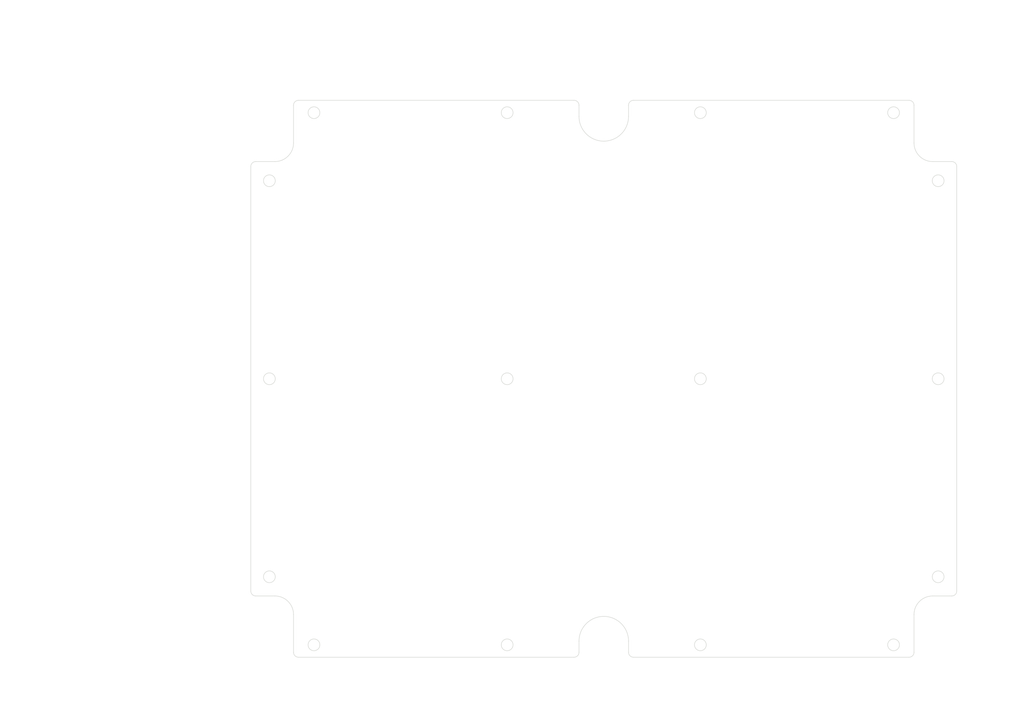
<source format=kicad_pcb>
(kicad_pcb (version 20171130) (host pcbnew "(5.1.0)-1")

  (general
    (thickness 1.6)
    (drawings 135)
    (tracks 0)
    (zones 0)
    (modules 0)
    (nets 1)
  )

  (page A2)
  (layers
    (0 F.Cu signal)
    (31 B.Cu signal)
    (32 B.Adhes user)
    (33 F.Adhes user)
    (34 B.Paste user)
    (35 F.Paste user)
    (36 B.SilkS user)
    (37 F.SilkS user)
    (38 B.Mask user)
    (39 F.Mask user)
    (40 Dwgs.User user)
    (41 Cmts.User user)
    (42 Eco1.User user)
    (43 Eco2.User user)
    (44 Edge.Cuts user)
    (45 Margin user)
    (46 B.CrtYd user)
    (47 F.CrtYd user)
    (48 B.Fab user)
    (49 F.Fab user)
  )

  (setup
    (last_trace_width 0.25)
    (trace_clearance 0.2)
    (zone_clearance 0.508)
    (zone_45_only no)
    (trace_min 0.2)
    (via_size 0.8)
    (via_drill 0.4)
    (via_min_size 0.4)
    (via_min_drill 0.3)
    (uvia_size 0.3)
    (uvia_drill 0.1)
    (uvias_allowed no)
    (uvia_min_size 0.2)
    (uvia_min_drill 0.1)
    (edge_width 0.05)
    (segment_width 0.2)
    (pcb_text_width 0.3)
    (pcb_text_size 1.5 1.5)
    (mod_edge_width 0.12)
    (mod_text_size 1 1)
    (mod_text_width 0.15)
    (pad_size 1.524 1.524)
    (pad_drill 0.762)
    (pad_to_mask_clearance 0.051)
    (solder_mask_min_width 0.25)
    (aux_axis_origin 0 0)
    (visible_elements FFFFFF7F)
    (pcbplotparams
      (layerselection 0x010fc_ffffffff)
      (usegerberextensions false)
      (usegerberattributes false)
      (usegerberadvancedattributes false)
      (creategerberjobfile false)
      (excludeedgelayer true)
      (linewidth 0.152400)
      (plotframeref false)
      (viasonmask false)
      (mode 1)
      (useauxorigin false)
      (hpglpennumber 1)
      (hpglpenspeed 20)
      (hpglpendiameter 15.000000)
      (psnegative false)
      (psa4output false)
      (plotreference true)
      (plotvalue true)
      (plotinvisibletext false)
      (padsonsilk false)
      (subtractmaskfromsilk false)
      (outputformat 1)
      (mirror false)
      (drillshape 1)
      (scaleselection 1)
      (outputdirectory ""))
  )

  (net 0 "")

  (net_class Default "This is the default net class."
    (clearance 0.2)
    (trace_width 0.25)
    (via_dia 0.8)
    (via_drill 0.4)
    (uvia_dia 0.3)
    (uvia_drill 0.1)
  )

  (gr_arc (start 323.811252 108.08459) (end 313.811252 108.08459) (angle -180) (layer Edge.Cuts) (width 0.2))
  (gr_line (start 313.811252 108.08459) (end 313.811252 103.58459) (layer Edge.Cuts) (width 0.2))
  (gr_arc (start 191.033995 118.807332) (end 191.033995 126.33459) (angle -90) (layer Edge.Cuts) (width 0.2))
  (gr_line (start 181.311252 128.33459) (end 181.311252 299.83459) (layer Edge.Cuts) (width 0.2))
  (gr_circle (center 188.811252 214.08459) (end 191.192502 214.08459) (layer Edge.Cuts) (width 0.2))
  (gr_circle (center 284.811252 214.08459) (end 287.192502 214.08459) (layer Edge.Cuts) (width 0.2))
  (gr_circle (center 188.811252 134.08459) (end 191.192502 134.08459) (layer Edge.Cuts) (width 0.2))
  (gr_circle (center 206.811252 106.58459) (end 209.192502 106.58459) (layer Edge.Cuts) (width 0.2))
  (gr_circle (center 284.811252 106.58459) (end 287.192502 106.58459) (layer Edge.Cuts) (width 0.2))
  (gr_line (start 191.033995 126.33459) (end 183.311252 126.33459) (layer Edge.Cuts) (width 0.2))
  (gr_line (start 198.561252 103.58459) (end 198.561252 118.807332) (layer Edge.Cuts) (width 0.2))
  (gr_line (start 311.811252 101.58459) (end 200.561252 101.58459) (layer Edge.Cuts) (width 0.2))
  (gr_line (start 449.061252 103.58459) (end 449.061252 118.807332) (layer Edge.Cuts) (width 0.2))
  (gr_arc (start 456.58851 118.807332) (end 449.061252 118.807332) (angle -90) (layer Edge.Cuts) (width 0.2))
  (gr_circle (center 458.811252 214.08459) (end 461.192502 214.08459) (layer Edge.Cuts) (width 0.2))
  (gr_circle (center 362.811252 214.08459) (end 365.192502 214.08459) (layer Edge.Cuts) (width 0.2))
  (gr_circle (center 458.811252 134.08459) (end 461.192502 134.08459) (layer Edge.Cuts) (width 0.2))
  (gr_circle (center 440.811252 106.58459) (end 443.192502 106.58459) (layer Edge.Cuts) (width 0.2))
  (gr_circle (center 362.811252 106.58459) (end 365.192502 106.58459) (layer Edge.Cuts) (width 0.2))
  (gr_line (start 333.811252 320.08459) (end 333.811252 324.58459) (layer Edge.Cuts) (width 0.2))
  (gr_arc (start 456.58851 309.361847) (end 456.58851 301.83459) (angle -90) (layer Edge.Cuts) (width 0.2))
  (gr_line (start 456.58851 301.83459) (end 464.311252 301.83459) (layer Edge.Cuts) (width 0.2))
  (gr_circle (center 458.811252 294.08459) (end 461.192502 294.08459) (layer Edge.Cuts) (width 0.2))
  (gr_circle (center 440.811252 321.58459) (end 443.192502 321.58459) (layer Edge.Cuts) (width 0.2))
  (gr_circle (center 362.811252 321.58459) (end 365.192502 321.58459) (layer Edge.Cuts) (width 0.2))
  (gr_line (start 335.811252 101.58459) (end 447.061252 101.58459) (layer Edge.Cuts) (width 0.2))
  (gr_line (start 333.811252 108.08459) (end 333.811252 103.58459) (layer Edge.Cuts) (width 0.2))
  (gr_line (start 456.58851 126.33459) (end 464.311252 126.33459) (layer Edge.Cuts) (width 0.2))
  (gr_line (start 466.311252 299.83459) (end 466.311252 128.33459) (layer Edge.Cuts) (width 0.2))
  (gr_line (start 449.061252 324.58459) (end 449.061252 309.361847) (layer Edge.Cuts) (width 0.2))
  (gr_line (start 335.811252 326.58459) (end 447.061252 326.58459) (layer Edge.Cuts) (width 0.2))
  (gr_arc (start 323.811252 320.08459) (end 333.811252 320.08459) (angle -180) (layer Edge.Cuts) (width 0.2))
  (gr_line (start 198.561252 324.58459) (end 198.561252 309.361847) (layer Edge.Cuts) (width 0.2))
  (gr_arc (start 191.033995 309.361847) (end 198.561252 309.361847) (angle -90) (layer Edge.Cuts) (width 0.2))
  (gr_circle (center 188.811252 294.08459) (end 191.192502 294.08459) (layer Edge.Cuts) (width 0.2))
  (gr_circle (center 206.811252 321.58459) (end 209.192502 321.58459) (layer Edge.Cuts) (width 0.2))
  (gr_circle (center 284.811252 321.58459) (end 287.192502 321.58459) (layer Edge.Cuts) (width 0.2))
  (gr_line (start 313.811252 320.08459) (end 313.811252 324.58459) (layer Edge.Cuts) (width 0.2))
  (gr_line (start 311.811252 326.58459) (end 200.561252 326.58459) (layer Edge.Cuts) (width 0.2))
  (gr_line (start 191.033995 301.83459) (end 183.311252 301.83459) (layer Edge.Cuts) (width 0.2))
  (gr_arc (start 183.311252 128.33459) (end 183.311252 126.33459) (angle -90) (layer Edge.Cuts) (width 0.2))
  (gr_arc (start 200.561252 103.58459) (end 200.561252 101.58459) (angle -90) (layer Edge.Cuts) (width 0.2))
  (gr_arc (start 447.061252 103.58459) (end 449.061252 103.58459) (angle -90) (layer Edge.Cuts) (width 0.2))
  (gr_arc (start 311.811252 103.58459) (end 313.811252 103.58459) (angle -90) (layer Edge.Cuts) (width 0.2))
  (gr_arc (start 335.811252 103.58459) (end 335.811252 101.58459) (angle -90) (layer Edge.Cuts) (width 0.2))
  (gr_arc (start 464.311252 128.33459) (end 466.311252 128.33459) (angle -90) (layer Edge.Cuts) (width 0.2))
  (gr_arc (start 464.311252 299.83459) (end 464.311252 301.83459) (angle -90) (layer Edge.Cuts) (width 0.2))
  (gr_arc (start 447.061252 324.58459) (end 447.061252 326.58459) (angle -90) (layer Edge.Cuts) (width 0.2))
  (gr_arc (start 335.811252 324.58459) (end 333.811252 324.58459) (angle -90) (layer Edge.Cuts) (width 0.2))
  (gr_arc (start 311.811252 324.58459) (end 311.811252 326.58459) (angle -90) (layer Edge.Cuts) (width 0.2))
  (gr_arc (start 200.561252 324.58459) (end 198.561252 324.58459) (angle -90) (layer Edge.Cuts) (width 0.2))
  (gr_arc (start 183.311252 299.83459) (end 181.311252 299.83459) (angle -90) (layer Edge.Cuts) (width 0.2))
  (gr_text [11.22] (at 323.811252 66.224051) (layer Dwgs.User)
    (effects (font (size 1.7 1.53) (thickness 0.2125)))
  )
  (gr_text " 285.00" (at 323.811252 62.666616) (layer Dwgs.User)
    (effects (font (size 1.7 1.53) (thickness 0.2125)))
  )
  (gr_line (start 464.311252 64.33459) (end 328.516266 64.33459) (layer Dwgs.User) (width 0.2))
  (gr_line (start 183.311252 64.33459) (end 319.106238 64.33459) (layer Dwgs.User) (width 0.2))
  (gr_line (start 466.311252 127.33459) (end 466.311252 61.15959) (layer Dwgs.User) (width 0.2))
  (gr_line (start 181.311252 127.33459) (end 181.311252 61.15959) (layer Dwgs.User) (width 0.2))
  (gr_text [9.86] (at 324.999903 82.94969) (layer Dwgs.User)
    (effects (font (size 1.7 1.53) (thickness 0.2125)))
  )
  (gr_text " 250.50" (at 324.999903 79.392255) (layer Dwgs.User)
    (effects (font (size 1.7 1.53) (thickness 0.2125)))
  )
  (gr_line (start 447.061252 81.060229) (end 329.704917 81.060229) (layer Dwgs.User) (width 0.2))
  (gr_line (start 200.561252 81.060229) (end 320.294889 81.060229) (layer Dwgs.User) (width 0.2))
  (gr_line (start 449.061252 102.58459) (end 449.061252 77.885229) (layer Dwgs.User) (width 0.2))
  (gr_line (start 198.561252 102.58459) (end 198.561252 77.885229) (layer Dwgs.User) (width 0.2))
  (gr_text [10.63] (at 341.700408 75.382982) (layer Dwgs.User)
    (effects (font (size 1.7 1.53) (thickness 0.2125)))
  )
  (gr_text " 270.00" (at 341.700408 71.825547) (layer Dwgs.User)
    (effects (font (size 1.7 1.53) (thickness 0.2125)))
  )
  (gr_line (start 190.811252 73.493521) (end 336.995394 73.493521) (layer Dwgs.User) (width 0.2))
  (gr_line (start 456.811252 73.493521) (end 346.405422 73.493521) (layer Dwgs.User) (width 0.2))
  (gr_line (start 188.811252 133.08459) (end 188.811252 70.318521) (layer Dwgs.User) (width 0.2))
  (gr_line (start 458.811252 133.08459) (end 458.811252 70.318521) (layer Dwgs.User) (width 0.2))
  (gr_text [9.21] (at 340.784874 89.772001) (layer Dwgs.User)
    (effects (font (size 1.7 1.53) (thickness 0.2125)))
  )
  (gr_text " 234.00" (at 340.784874 86.213986) (layer Dwgs.User)
    (effects (font (size 1.7 1.53) (thickness 0.2125)))
  )
  (gr_line (start 438.811252 87.88254) (end 345.489888 87.88254) (layer Dwgs.User) (width 0.2))
  (gr_line (start 208.811252 87.88254) (end 336.07986 87.88254) (layer Dwgs.User) (width 0.2))
  (gr_line (start 440.811252 105.58459) (end 440.811252 84.70754) (layer Dwgs.User) (width 0.2))
  (gr_line (start 206.811252 105.58459) (end 206.811252 84.70754) (layer Dwgs.User) (width 0.2))
  (gr_text [8.86] (at 84.811252 215.974051) (layer Dwgs.User)
    (effects (font (size 1.7 1.53) (thickness 0.2125)))
  )
  (gr_text " 225.00" (at 84.811252 212.416616) (layer Dwgs.User)
    (effects (font (size 1.7 1.53) (thickness 0.2125)))
  )
  (gr_line (start 84.811252 324.58459) (end 84.811252 217.642025) (layer Dwgs.User) (width 0.2))
  (gr_line (start 84.811252 103.58459) (end 84.811252 210.527155) (layer Dwgs.User) (width 0.2))
  (gr_line (start 199.561252 326.58459) (end 81.636252 326.58459) (layer Dwgs.User) (width 0.2))
  (gr_line (start 199.561252 101.58459) (end 81.636252 101.58459) (layer Dwgs.User) (width 0.2))
  (gr_text [8.46] (at 108.576306 215.974051) (layer Dwgs.User)
    (effects (font (size 1.7 1.53) (thickness 0.2125)))
  )
  (gr_text " 215.00" (at 108.576306 212.416616) (layer Dwgs.User)
    (effects (font (size 1.7 1.53) (thickness 0.2125)))
  )
  (gr_line (start 108.576306 319.58459) (end 108.576306 217.642025) (layer Dwgs.User) (width 0.2))
  (gr_line (start 108.576306 108.58459) (end 108.576306 210.527155) (layer Dwgs.User) (width 0.2))
  (gr_line (start 205.811252 321.58459) (end 105.401306 321.58459) (layer Dwgs.User) (width 0.2))
  (gr_line (start 205.811252 106.58459) (end 105.401306 106.58459) (layer Dwgs.User) (width 0.2))
  (gr_text [6.91] (at 133.196216 215.974051) (layer Dwgs.User)
    (effects (font (size 1.7 1.53) (thickness 0.2125)))
  )
  (gr_text " 175.50" (at 133.196216 212.416616) (layer Dwgs.User)
    (effects (font (size 1.7 1.53) (thickness 0.2125)))
  )
  (gr_line (start 133.196216 299.83459) (end 133.196216 217.642025) (layer Dwgs.User) (width 0.2))
  (gr_line (start 133.196216 128.33459) (end 133.196216 210.527155) (layer Dwgs.User) (width 0.2))
  (gr_line (start 182.311252 301.83459) (end 130.021216 301.83459) (layer Dwgs.User) (width 0.2))
  (gr_line (start 182.311252 126.33459) (end 130.021216 126.33459) (layer Dwgs.User) (width 0.2))
  (gr_text [6.30] (at 155.673111 215.974051) (layer Dwgs.User)
    (effects (font (size 1.7 1.53) (thickness 0.2125)))
  )
  (gr_text " 160.00" (at 155.673111 212.416616) (layer Dwgs.User)
    (effects (font (size 1.7 1.53) (thickness 0.2125)))
  )
  (gr_line (start 155.673111 136.08459) (end 155.673111 210.527155) (layer Dwgs.User) (width 0.2))
  (gr_line (start 155.673111 292.08459) (end 155.673111 217.642025) (layer Dwgs.User) (width 0.2))
  (gr_line (start 187.811252 134.08459) (end 152.498111 134.08459) (layer Dwgs.User) (width 0.2))
  (gr_line (start 187.811252 294.08459) (end 152.498111 294.08459) (layer Dwgs.User) (width 0.2))
  (gr_text [3.07] (at 323.811252 98.474051) (layer Dwgs.User)
    (effects (font (size 1.7 1.53) (thickness 0.2125)))
  )
  (gr_text " 78.00" (at 323.811252 94.916616) (layer Dwgs.User)
    (effects (font (size 1.7 1.53) (thickness 0.2125)))
  )
  (gr_line (start 360.811252 96.58459) (end 327.855863 96.58459) (layer Dwgs.User) (width 0.2))
  (gr_line (start 286.811252 96.58459) (end 319.766641 96.58459) (layer Dwgs.User) (width 0.2))
  (gr_line (start 362.811252 105.58459) (end 362.811252 93.40959) (layer Dwgs.User) (width 0.2))
  (gr_line (start 284.811252 105.58459) (end 284.811252 93.40959) (layer Dwgs.User) (width 0.2))
  (gr_text [7.56] (at 314.593086 215.974051) (layer Dwgs.User)
    (effects (font (size 1.7 1.53) (thickness 0.2125)))
  )
  (gr_text " 192.00" (at 314.593086 212.416616) (layer Dwgs.User)
    (effects (font (size 1.7 1.53) (thickness 0.2125)))
  )
  (gr_line (start 314.593086 308.08459) (end 314.593086 217.642025) (layer Dwgs.User) (width 0.2))
  (gr_line (start 314.593086 120.08459) (end 314.593086 210.527155) (layer Dwgs.User) (width 0.2))
  (gr_line (start 322.811252 310.08459) (end 311.418086 310.08459) (layer Dwgs.User) (width 0.2))
  (gr_line (start 322.811252 118.08459) (end 311.418086 118.08459) (layer Dwgs.User) (width 0.2))
  (gr_text [.26] (at 394.419904 116.984081) (layer Dwgs.User)
    (effects (font (size 1.7 1.53) (thickness 0.2125)))
  )
  (gr_text " 6.50" (at 394.419904 113.426646) (layer Dwgs.User)
    (effects (font (size 1.7 1.53) (thickness 0.2125)))
  )
  (gr_line (start 399.804113 115.09462) (end 397.804113 115.09462) (layer Dwgs.User) (width 0.2))
  (gr_line (start 399.804113 108.08459) (end 399.804113 115.09462) (layer Dwgs.User) (width 0.2))
  (gr_line (start 399.804113 103.58459) (end 399.804113 106.08459) (layer Dwgs.User) (width 0.2))
  (gr_line (start 334.811252 108.08459) (end 402.979113 108.08459) (layer Dwgs.User) (width 0.2))
  (gr_text [R0.08] (at 488.979959 311.042127) (layer Dwgs.User)
    (effects (font (size 1.7 1.53) (thickness 0.2125)))
  )
  (gr_text " R2.00" (at 488.979959 307.484692) (layer Dwgs.User)
    (effects (font (size 1.7 1.53) (thickness 0.2125)))
  )
  (gr_line (start 478.525691 309.152666) (end 467.656539 302.027546) (layer Dwgs.User) (width 0.2))
  (gr_line (start 484.509188 309.152666) (end 478.525691 309.152666) (layer Dwgs.User) (width 0.2))
  (gr_text [R0.30] (at 476.764514 320.266381) (layer Dwgs.User)
    (effects (font (size 1.7 1.53) (thickness 0.2125)))
  )
  (gr_text " R7.53" (at 476.764514 316.708366) (layer Dwgs.User)
    (effects (font (size 1.7 1.53) (thickness 0.2125)))
  )
  (gr_line (start 466.310245 318.37692) (end 452.535625 305.603563) (layer Dwgs.User) (width 0.2))
  (gr_line (start 472.293743 318.37692) (end 466.310245 318.37692) (layer Dwgs.User) (width 0.2))
  (gr_line (start 440.811252 321.67459) (end 440.811252 321.49459) (layer Dwgs.User) (width 0.2))
  (gr_line (start 440.721252 321.58459) (end 440.901252 321.58459) (layer Dwgs.User) (width 0.2))
  (gr_text " ∅4.76\n[∅0.19]" (at 472.587952 344.846132) (layer Dwgs.User)
    (effects (font (size 1.7 1.53) (thickness 0.2125)))
  )
  (gr_line (start 465.549308 344.846132) (end 444.003052 324.585884) (layer Dwgs.User) (width 0.2))
  (gr_line (start 468.051083 344.846132) (end 465.549308 344.846132) (layer Dwgs.User) (width 0.2))
  (gr_text [R0.39] (at 350.03979 299.229305) (layer Dwgs.User)
    (effects (font (size 1.7 1.53) (thickness 0.2125)))
  )
  (gr_text " R10.00" (at 350.03979 295.67187) (layer Dwgs.User)
    (effects (font (size 1.7 1.53) (thickness 0.2125)))
  )
  (gr_line (start 338.032168 297.339844) (end 330.172992 309.909706) (layer Dwgs.User) (width 0.2))
  (gr_line (start 345.137641 297.339844) (end 338.032168 297.339844) (layer Dwgs.User) (width 0.2))

)

</source>
